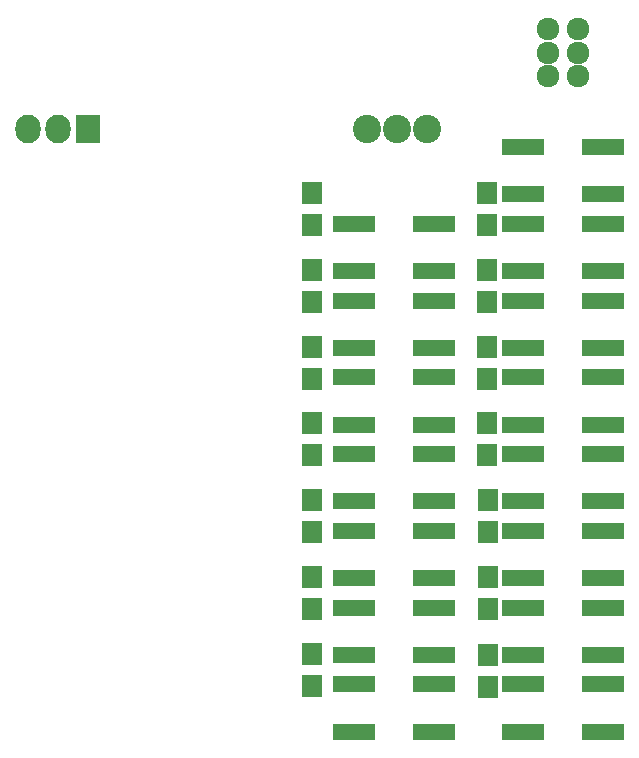
<source format=gbr>
G04 #@! TF.FileFunction,Soldermask,Top*
%FSLAX46Y46*%
G04 Gerber Fmt 4.6, Leading zero omitted, Abs format (unit mm)*
G04 Created by KiCad (PCBNEW 4.0.6-e0-6349~52~ubuntu16.10.1) date Mon May  8 18:47:24 2017*
%MOMM*%
%LPD*%
G01*
G04 APERTURE LIST*
%ADD10C,0.100000*%
%ADD11R,2.127200X2.432000*%
%ADD12O,2.127200X2.432000*%
%ADD13R,1.700000X1.900000*%
%ADD14R,3.600000X1.400000*%
%ADD15C,2.398980*%
%ADD16C,1.924000*%
G04 APERTURE END LIST*
D10*
D11*
X82780000Y-99000000D03*
D12*
X80240000Y-99000000D03*
X77700000Y-99000000D03*
D13*
X101739240Y-146100000D03*
X101739240Y-143400000D03*
X101739240Y-139600000D03*
X101739240Y-136900000D03*
X101739240Y-133100000D03*
X101739240Y-130400000D03*
X101800000Y-126600000D03*
X101800000Y-123900000D03*
X101800000Y-120100000D03*
X101800000Y-117400000D03*
X101800000Y-113600000D03*
X101800000Y-110900000D03*
X101739240Y-107100000D03*
X101739240Y-104400000D03*
X116700000Y-146250000D03*
X116700000Y-143550000D03*
X116639240Y-139600000D03*
X116639240Y-136900000D03*
X116639240Y-133100000D03*
X116639240Y-130400000D03*
X116600000Y-126600000D03*
X116600000Y-123900000D03*
X116600000Y-120100000D03*
X116600000Y-117400000D03*
X116600000Y-113600000D03*
X116600000Y-110900000D03*
X116600000Y-107100000D03*
X116600000Y-104400000D03*
D14*
X105289944Y-150000000D03*
X112089944Y-150000000D03*
X112089944Y-146000000D03*
X105289944Y-146000000D03*
X105289944Y-143500000D03*
X112089944Y-143500000D03*
X112089944Y-139500000D03*
X105289944Y-139500000D03*
X105289944Y-137000000D03*
X112089944Y-137000000D03*
X112089944Y-133000000D03*
X105289944Y-133000000D03*
X105289944Y-130500000D03*
X112089944Y-130500000D03*
X112089944Y-126500000D03*
X105289944Y-126500000D03*
X105289944Y-124000000D03*
X112089944Y-124000000D03*
X112089944Y-120000000D03*
X105289944Y-120000000D03*
X105289944Y-117500000D03*
X112089944Y-117500000D03*
X112089944Y-113500000D03*
X105289944Y-113500000D03*
X105289944Y-111000000D03*
X112089944Y-111000000D03*
X112089944Y-107000000D03*
X105289944Y-107000000D03*
X119600000Y-150000000D03*
X126400000Y-150000000D03*
X126400000Y-146000000D03*
X119600000Y-146000000D03*
X119600000Y-143500000D03*
X126400000Y-143500000D03*
X126400000Y-139500000D03*
X119600000Y-139500000D03*
X119600000Y-137000000D03*
X126400000Y-137000000D03*
X126400000Y-133000000D03*
X119600000Y-133000000D03*
X119600000Y-130500000D03*
X126400000Y-130500000D03*
X126400000Y-126500000D03*
X119600000Y-126500000D03*
X119600000Y-124000000D03*
X126400000Y-124000000D03*
X126400000Y-120000000D03*
X119600000Y-120000000D03*
X119600000Y-117500000D03*
X126400000Y-117500000D03*
X126400000Y-113500000D03*
X119600000Y-113500000D03*
X119600000Y-111000000D03*
X126400000Y-111000000D03*
X126400000Y-107000000D03*
X119600000Y-107000000D03*
X119600000Y-104500000D03*
X126400000Y-104500000D03*
X126400000Y-100500000D03*
X119600000Y-100500000D03*
D15*
X109000000Y-99000000D03*
X106460000Y-99000000D03*
X111540000Y-99000000D03*
D16*
X124250000Y-90500000D03*
X124250000Y-92500000D03*
X124250000Y-94500000D03*
X121750000Y-90500000D03*
X121750000Y-92500000D03*
X121750000Y-94500000D03*
M02*

</source>
